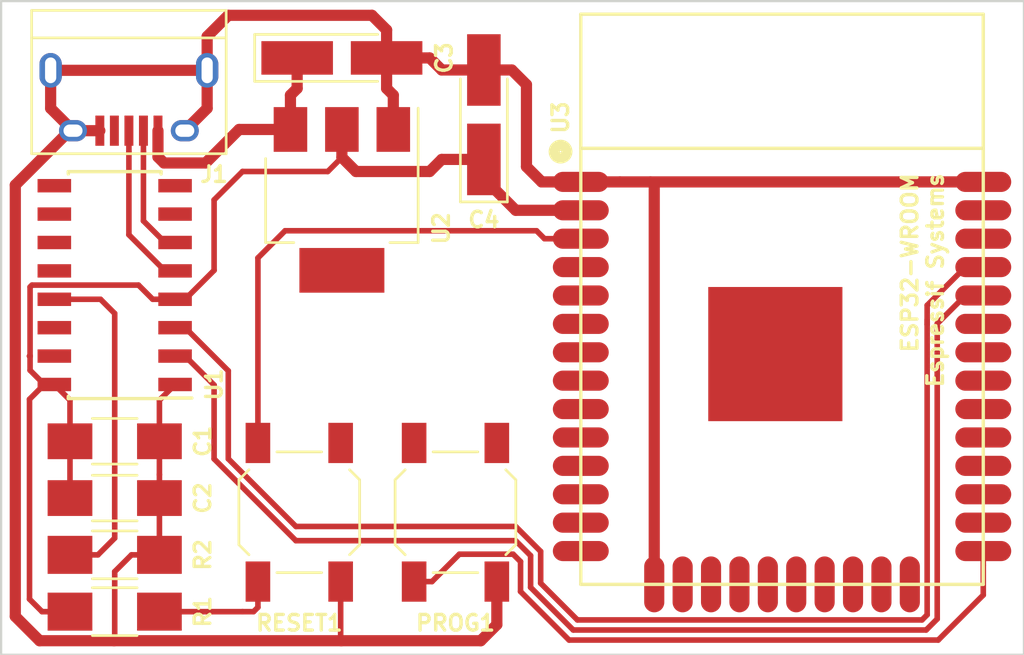
<source format=kicad_pcb>
(kicad_pcb (version 20171130) (host pcbnew "(5.1.9)-1")

  (general
    (thickness 1.6)
    (drawings 4)
    (tracks 149)
    (zones 0)
    (modules 12)
    (nets 51)
  )

  (page A4)
  (layers
    (0 F.Cu signal)
    (31 B.Cu signal)
    (32 B.Adhes user hide)
    (33 F.Adhes user hide)
    (34 B.Paste user)
    (35 F.Paste user)
    (36 B.SilkS user)
    (37 F.SilkS user)
    (38 B.Mask user hide)
    (39 F.Mask user hide)
    (40 Dwgs.User user)
    (41 Cmts.User user hide)
    (42 Eco1.User user hide)
    (43 Eco2.User user hide)
    (44 Edge.Cuts user)
    (45 Margin user hide)
    (46 B.CrtYd user hide)
    (47 F.CrtYd user)
    (48 B.Fab user hide)
    (49 F.Fab user hide)
  )

  (setup
    (last_trace_width 0.25)
    (user_trace_width 0.5)
    (user_trace_width 2)
    (trace_clearance 0.2)
    (zone_clearance 0.508)
    (zone_45_only no)
    (trace_min 0.2)
    (via_size 0.8)
    (via_drill 0.4)
    (via_min_size 0.4)
    (via_min_drill 0.3)
    (uvia_size 0.3)
    (uvia_drill 0.1)
    (uvias_allowed no)
    (uvia_min_size 0.2)
    (uvia_min_drill 0.1)
    (edge_width 0.05)
    (segment_width 0.2)
    (pcb_text_width 0.3)
    (pcb_text_size 1.5 1.5)
    (mod_edge_width 0.12)
    (mod_text_size 1 1)
    (mod_text_width 0.15)
    (pad_size 1.524 1.524)
    (pad_drill 0.762)
    (pad_to_mask_clearance 0.051)
    (solder_mask_min_width 0.25)
    (aux_axis_origin 0 0)
    (visible_elements 7FFFFFFF)
    (pcbplotparams
      (layerselection 0x010f0_ffffffff)
      (usegerberextensions false)
      (usegerberattributes false)
      (usegerberadvancedattributes false)
      (creategerberjobfile false)
      (excludeedgelayer true)
      (linewidth 0.100000)
      (plotframeref false)
      (viasonmask false)
      (mode 1)
      (useauxorigin false)
      (hpglpennumber 1)
      (hpglpenspeed 20)
      (hpglpendiameter 15.000000)
      (psnegative false)
      (psa4output false)
      (plotreference true)
      (plotvalue true)
      (plotinvisibletext false)
      (padsonsilk false)
      (subtractmaskfromsilk true)
      (outputformat 1)
      (mirror false)
      (drillshape 0)
      (scaleselection 1)
      (outputdirectory "pcb/"))
  )

  (net 0 "")
  (net 1 GND)
  (net 2 +3V3)
  (net 3 "Net-(U3-Pad32)")
  (net 4 "Net-(U3-Pad22)")
  (net 5 "Net-(U3-Pad21)")
  (net 6 "Net-(U3-Pad20)")
  (net 7 "Net-(U3-Pad19)")
  (net 8 "Net-(U3-Pad18)")
  (net 9 "Net-(U3-Pad17)")
  (net 10 "Net-(U1-Pad7)")
  (net 11 "Net-(U1-Pad8)")
  (net 12 "Net-(U1-Pad9)")
  (net 13 "Net-(U1-Pad10)")
  (net 14 "Net-(U1-Pad11)")
  (net 15 "Net-(U1-Pad12)")
  (net 16 "Net-(U1-Pad15)")
  (net 17 +5V)
  (net 18 "Net-(U3-Pad39)")
  (net 19 "Net-(U1-Pad2)")
  (net 20 "Net-(U1-Pad3)")
  (net 21 "Net-(U3-Pad4)")
  (net 22 "Net-(U3-Pad5)")
  (net 23 "Net-(U3-Pad6)")
  (net 24 "Net-(U3-Pad7)")
  (net 25 "Net-(U3-Pad8)")
  (net 26 "Net-(U3-Pad9)")
  (net 27 "Net-(U3-Pad10)")
  (net 28 "Net-(U3-Pad11)")
  (net 29 "Net-(U3-Pad12)")
  (net 30 "Net-(U3-Pad13)")
  (net 31 "Net-(U3-Pad14)")
  (net 32 "Net-(U3-Pad16)")
  (net 33 "Net-(U3-Pad24)")
  (net 34 "Net-(U3-Pad26)")
  (net 35 "Net-(U3-Pad27)")
  (net 36 "Net-(U3-Pad28)")
  (net 37 "Net-(U3-Pad29)")
  (net 38 "Net-(U3-Pad30)")
  (net 39 "Net-(U3-Pad31)")
  (net 40 "Net-(U3-Pad33)")
  (net 41 "Net-(U3-Pad36)")
  (net 42 "Net-(U3-Pad37)")
  (net 43 "Net-(U3-Pad23)")
  (net 44 "Net-(U1-Pad14)")
  (net 45 "Net-(J1-Pad2)")
  (net 46 "Net-(J1-Pad3)")
  (net 47 "Net-(J1-Pad4)")
  (net 48 "Net-(R2-Pad1)")
  (net 49 "Net-(PROG1-Pad2)")
  (net 50 "Net-(R1-Pad1)")

  (net_class Default "This is the default net class."
    (clearance 0.2)
    (trace_width 0.25)
    (via_dia 0.8)
    (via_drill 0.4)
    (uvia_dia 0.3)
    (uvia_drill 0.1)
    (add_net +3V3)
    (add_net +5V)
    (add_net GND)
    (add_net "Net-(J1-Pad2)")
    (add_net "Net-(J1-Pad3)")
    (add_net "Net-(J1-Pad4)")
    (add_net "Net-(PROG1-Pad2)")
    (add_net "Net-(R1-Pad1)")
    (add_net "Net-(R2-Pad1)")
    (add_net "Net-(U1-Pad10)")
    (add_net "Net-(U1-Pad11)")
    (add_net "Net-(U1-Pad12)")
    (add_net "Net-(U1-Pad14)")
    (add_net "Net-(U1-Pad15)")
    (add_net "Net-(U1-Pad2)")
    (add_net "Net-(U1-Pad3)")
    (add_net "Net-(U1-Pad7)")
    (add_net "Net-(U1-Pad8)")
    (add_net "Net-(U1-Pad9)")
    (add_net "Net-(U3-Pad10)")
    (add_net "Net-(U3-Pad11)")
    (add_net "Net-(U3-Pad12)")
    (add_net "Net-(U3-Pad13)")
    (add_net "Net-(U3-Pad14)")
    (add_net "Net-(U3-Pad16)")
    (add_net "Net-(U3-Pad17)")
    (add_net "Net-(U3-Pad18)")
    (add_net "Net-(U3-Pad19)")
    (add_net "Net-(U3-Pad20)")
    (add_net "Net-(U3-Pad21)")
    (add_net "Net-(U3-Pad22)")
    (add_net "Net-(U3-Pad23)")
    (add_net "Net-(U3-Pad24)")
    (add_net "Net-(U3-Pad26)")
    (add_net "Net-(U3-Pad27)")
    (add_net "Net-(U3-Pad28)")
    (add_net "Net-(U3-Pad29)")
    (add_net "Net-(U3-Pad30)")
    (add_net "Net-(U3-Pad31)")
    (add_net "Net-(U3-Pad32)")
    (add_net "Net-(U3-Pad33)")
    (add_net "Net-(U3-Pad36)")
    (add_net "Net-(U3-Pad37)")
    (add_net "Net-(U3-Pad39)")
    (add_net "Net-(U3-Pad4)")
    (add_net "Net-(U3-Pad5)")
    (add_net "Net-(U3-Pad6)")
    (add_net "Net-(U3-Pad7)")
    (add_net "Net-(U3-Pad8)")
    (add_net "Net-(U3-Pad9)")
  )

  (module TO_SOT_Packages_SMD:SOT-223 (layer F.Cu) (tedit 58CE4E7E) (tstamp 5E0934EB)
    (at 40.64 80.645 270)
    (descr "module CMS SOT223 4 pins")
    (tags "CMS SOT")
    (path /5D0C05F6)
    (attr smd)
    (fp_text reference U2 (at 1.27 -4.445 90) (layer F.SilkS)
      (effects (font (size 0.7 0.7) (thickness 0.15)))
    )
    (fp_text value LM1117-3.3 (at 0 4.5 90) (layer F.Fab)
      (effects (font (size 1 1) (thickness 0.15)))
    )
    (fp_line (start 1.85 -3.35) (end 1.85 3.35) (layer F.Fab) (width 0.1))
    (fp_line (start -1.85 3.35) (end 1.85 3.35) (layer F.Fab) (width 0.1))
    (fp_line (start -4.1 -3.41) (end 1.91 -3.41) (layer F.SilkS) (width 0.12))
    (fp_line (start -0.8 -3.35) (end 1.85 -3.35) (layer F.Fab) (width 0.1))
    (fp_line (start -1.85 3.41) (end 1.91 3.41) (layer F.SilkS) (width 0.12))
    (fp_line (start -1.85 -2.3) (end -1.85 3.35) (layer F.Fab) (width 0.1))
    (fp_line (start -4.4 -3.6) (end -4.4 3.6) (layer F.CrtYd) (width 0.05))
    (fp_line (start -4.4 3.6) (end 4.4 3.6) (layer F.CrtYd) (width 0.05))
    (fp_line (start 4.4 3.6) (end 4.4 -3.6) (layer F.CrtYd) (width 0.05))
    (fp_line (start 4.4 -3.6) (end -4.4 -3.6) (layer F.CrtYd) (width 0.05))
    (fp_line (start 1.91 -3.41) (end 1.91 -2.15) (layer F.SilkS) (width 0.12))
    (fp_line (start 1.91 3.41) (end 1.91 2.15) (layer F.SilkS) (width 0.12))
    (fp_line (start -1.85 -2.3) (end -0.8 -3.35) (layer F.Fab) (width 0.1))
    (fp_text user %R (at 0 0) (layer F.Fab)
      (effects (font (size 0.8 0.8) (thickness 0.12)))
    )
    (pad 4 smd rect (at 3.15 0 270) (size 2 3.8) (layers F.Cu F.Paste F.Mask))
    (pad 2 smd rect (at -3.15 0 270) (size 2 1.5) (layers F.Cu F.Paste F.Mask)
      (net 2 +3V3))
    (pad 3 smd rect (at -3.15 2.3 270) (size 2 1.5) (layers F.Cu F.Paste F.Mask)
      (net 17 +5V))
    (pad 1 smd rect (at -3.15 -2.3 270) (size 2 1.5) (layers F.Cu F.Paste F.Mask)
      (net 1 GND))
    (model ${KISYS3DMOD}/TO_SOT_Packages_SMD.3dshapes/SOT-223.wrl
      (at (xyz 0 0 0))
      (scale (xyz 1 1 1))
      (rotate (xyz 0 0 0))
    )
  )

  (module Housings_SOIC:SOIC-16_3.9x9.9mm_Pitch1.27mm (layer F.Cu) (tedit 58CC8F64) (tstamp 5E08F7A2)
    (at 30.48 84.455 180)
    (descr "16-Lead Plastic Small Outline (SL) - Narrow, 3.90 mm Body [SOIC] (see Microchip Packaging Specification 00000049BS.pdf)")
    (tags "SOIC 1.27")
    (path /5D083E54)
    (attr smd)
    (fp_text reference U1 (at -4.445 -4.445 90) (layer F.SilkS)
      (effects (font (size 0.7 0.7) (thickness 0.15)))
    )
    (fp_text value CH340G (at 0 6) (layer F.Fab)
      (effects (font (size 1 1) (thickness 0.15)))
    )
    (fp_line (start -2.075 -5.05) (end -3.45 -5.05) (layer F.SilkS) (width 0.15))
    (fp_line (start -2.075 5.075) (end 2.075 5.075) (layer F.SilkS) (width 0.15))
    (fp_line (start -2.075 -5.075) (end 2.075 -5.075) (layer F.SilkS) (width 0.15))
    (fp_line (start -2.075 5.075) (end -2.075 4.97) (layer F.SilkS) (width 0.15))
    (fp_line (start 2.075 5.075) (end 2.075 4.97) (layer F.SilkS) (width 0.15))
    (fp_line (start 2.075 -5.075) (end 2.075 -4.97) (layer F.SilkS) (width 0.15))
    (fp_line (start -2.075 -5.075) (end -2.075 -5.05) (layer F.SilkS) (width 0.15))
    (fp_line (start -3.7 5.25) (end 3.7 5.25) (layer F.CrtYd) (width 0.05))
    (fp_line (start -3.7 -5.25) (end 3.7 -5.25) (layer F.CrtYd) (width 0.05))
    (fp_line (start 3.7 -5.25) (end 3.7 5.25) (layer F.CrtYd) (width 0.05))
    (fp_line (start -3.7 -5.25) (end -3.7 5.25) (layer F.CrtYd) (width 0.05))
    (fp_line (start -1.95 -3.95) (end -0.95 -4.95) (layer F.Fab) (width 0.15))
    (fp_line (start -1.95 4.95) (end -1.95 -3.95) (layer F.Fab) (width 0.15))
    (fp_line (start 1.95 4.95) (end -1.95 4.95) (layer F.Fab) (width 0.15))
    (fp_line (start 1.95 -4.95) (end 1.95 4.95) (layer F.Fab) (width 0.15))
    (fp_line (start -0.95 -4.95) (end 1.95 -4.95) (layer F.Fab) (width 0.15))
    (fp_text user %R (at 0 0) (layer F.Fab)
      (effects (font (size 0.9 0.9) (thickness 0.135)))
    )
    (pad 1 smd rect (at -2.7 -4.445 180) (size 1.5 0.6) (layers F.Cu F.Paste F.Mask)
      (net 1 GND))
    (pad 2 smd rect (at -2.7 -3.175 180) (size 1.5 0.6) (layers F.Cu F.Paste F.Mask)
      (net 19 "Net-(U1-Pad2)"))
    (pad 3 smd rect (at -2.7 -1.905 180) (size 1.5 0.6) (layers F.Cu F.Paste F.Mask)
      (net 20 "Net-(U1-Pad3)"))
    (pad 4 smd rect (at -2.7 -0.635 180) (size 1.5 0.6) (layers F.Cu F.Paste F.Mask)
      (net 2 +3V3))
    (pad 5 smd rect (at -2.7 0.635 180) (size 1.5 0.6) (layers F.Cu F.Paste F.Mask)
      (net 46 "Net-(J1-Pad3)"))
    (pad 6 smd rect (at -2.7 1.905 180) (size 1.5 0.6) (layers F.Cu F.Paste F.Mask)
      (net 45 "Net-(J1-Pad2)"))
    (pad 7 smd rect (at -2.7 3.175 180) (size 1.5 0.6) (layers F.Cu F.Paste F.Mask)
      (net 10 "Net-(U1-Pad7)"))
    (pad 8 smd rect (at -2.7 4.445 180) (size 1.5 0.6) (layers F.Cu F.Paste F.Mask)
      (net 11 "Net-(U1-Pad8)"))
    (pad 9 smd rect (at 2.7 4.445 180) (size 1.5 0.6) (layers F.Cu F.Paste F.Mask)
      (net 12 "Net-(U1-Pad9)"))
    (pad 10 smd rect (at 2.7 3.175 180) (size 1.5 0.6) (layers F.Cu F.Paste F.Mask)
      (net 13 "Net-(U1-Pad10)"))
    (pad 11 smd rect (at 2.7 1.905 180) (size 1.5 0.6) (layers F.Cu F.Paste F.Mask)
      (net 14 "Net-(U1-Pad11)"))
    (pad 12 smd rect (at 2.7 0.635 180) (size 1.5 0.6) (layers F.Cu F.Paste F.Mask)
      (net 15 "Net-(U1-Pad12)"))
    (pad 13 smd rect (at 2.7 -0.635 180) (size 1.5 0.6) (layers F.Cu F.Paste F.Mask)
      (net 48 "Net-(R2-Pad1)"))
    (pad 14 smd rect (at 2.7 -1.905 180) (size 1.5 0.6) (layers F.Cu F.Paste F.Mask)
      (net 44 "Net-(U1-Pad14)"))
    (pad 15 smd rect (at 2.7 -3.175 180) (size 1.5 0.6) (layers F.Cu F.Paste F.Mask)
      (net 16 "Net-(U1-Pad15)"))
    (pad 16 smd rect (at 2.7 -4.445 180) (size 1.5 0.6) (layers F.Cu F.Paste F.Mask)
      (net 2 +3V3))
    (model ${KISYS3DMOD}/Housings_SOIC.3dshapes/SOIC-16_3.9x9.9mm_Pitch1.27mm.wrl
      (at (xyz 0 0 0))
      (scale (xyz 1 1 1))
      (rotate (xyz 0 0 0))
    )
  )

  (module Connectors:USB_Micro-B (layer F.Cu) (tedit 5543E447) (tstamp 5E08F63B)
    (at 31.115 76.2 180)
    (descr "Micro USB Type B Receptacle")
    (tags "USB USB_B USB_micro USB_OTG")
    (path /5D09548D)
    (attr smd)
    (fp_text reference J1 (at -3.81 -3.302) (layer F.SilkS)
      (effects (font (size 0.7 0.7) (thickness 0.15)))
    )
    (fp_text value USB_B_Micro (at 0 5.01) (layer F.Fab)
      (effects (font (size 1 1) (thickness 0.15)))
    )
    (fp_line (start -4.35 4.03) (end -4.35 -2.38) (layer F.SilkS) (width 0.12))
    (fp_line (start 4.35 2.8) (end -4.35 2.8) (layer F.SilkS) (width 0.12))
    (fp_line (start 4.35 -2.38) (end 4.35 4.03) (layer F.SilkS) (width 0.12))
    (fp_line (start -4.35 -2.38) (end 4.35 -2.38) (layer F.SilkS) (width 0.12))
    (fp_line (start -4.35 4.03) (end 4.35 4.03) (layer F.SilkS) (width 0.12))
    (fp_line (start -4.6 4.26) (end -4.6 -2.59) (layer F.CrtYd) (width 0.05))
    (fp_line (start 4.6 4.26) (end -4.6 4.26) (layer F.CrtYd) (width 0.05))
    (fp_line (start 4.6 -2.59) (end 4.6 4.26) (layer F.CrtYd) (width 0.05))
    (fp_line (start -4.6 -2.59) (end 4.6 -2.59) (layer F.CrtYd) (width 0.05))
    (pad 1 smd rect (at -1.3 -1.35 270) (size 1.35 0.4) (layers F.Cu F.Paste F.Mask)
      (net 17 +5V))
    (pad 2 smd rect (at -0.65 -1.35 270) (size 1.35 0.4) (layers F.Cu F.Paste F.Mask)
      (net 45 "Net-(J1-Pad2)"))
    (pad 3 smd rect (at 0 -1.35 270) (size 1.35 0.4) (layers F.Cu F.Paste F.Mask)
      (net 46 "Net-(J1-Pad3)"))
    (pad 4 smd rect (at 0.65 -1.35 270) (size 1.35 0.4) (layers F.Cu F.Paste F.Mask)
      (net 47 "Net-(J1-Pad4)"))
    (pad 5 smd rect (at 1.3 -1.35 270) (size 1.35 0.4) (layers F.Cu F.Paste F.Mask)
      (net 1 GND))
    (pad 6 thru_hole oval (at -2.5 -1.35 270) (size 0.95 1.25) (drill oval 0.55 0.85) (layers *.Cu *.Mask)
      (net 1 GND))
    (pad 6 thru_hole oval (at 2.5 -1.35 270) (size 0.95 1.25) (drill oval 0.55 0.85) (layers *.Cu *.Mask)
      (net 1 GND))
    (pad 6 thru_hole oval (at -3.5 1.35 270) (size 1.55 1) (drill oval 1.15 0.5) (layers *.Cu *.Mask)
      (net 1 GND))
    (pad 6 thru_hole oval (at 3.5 1.35 270) (size 1.55 1) (drill oval 1.15 0.5) (layers *.Cu *.Mask)
      (net 1 GND))
  )

  (module Capacitors_Tantalum_SMD:CP_Tantalum_Case-A_EIA-3216-18_Hand (layer F.Cu) (tedit 58CC8C08) (tstamp 5E08F618)
    (at 46.99 76.835 90)
    (descr "Tantalum capacitor, Case A, EIA 3216-18, 3.2x1.6x1.6mm, Hand soldering footprint")
    (tags "capacitor tantalum smd")
    (path /5D074FEA)
    (attr smd)
    (fp_text reference C4 (at -4.699 0) (layer F.SilkS)
      (effects (font (size 0.7 0.7) (thickness 0.15)))
    )
    (fp_text value CP (at 0 2.55 90) (layer F.Fab)
      (effects (font (size 1 1) (thickness 0.15)))
    )
    (fp_line (start -3.9 -1.05) (end -3.9 1.05) (layer F.SilkS) (width 0.12))
    (fp_line (start -3.9 1.05) (end 1.6 1.05) (layer F.SilkS) (width 0.12))
    (fp_line (start -3.9 -1.05) (end 1.6 -1.05) (layer F.SilkS) (width 0.12))
    (fp_line (start -1.12 -0.8) (end -1.12 0.8) (layer F.Fab) (width 0.1))
    (fp_line (start -1.28 -0.8) (end -1.28 0.8) (layer F.Fab) (width 0.1))
    (fp_line (start 1.6 -0.8) (end -1.6 -0.8) (layer F.Fab) (width 0.1))
    (fp_line (start 1.6 0.8) (end 1.6 -0.8) (layer F.Fab) (width 0.1))
    (fp_line (start -1.6 0.8) (end 1.6 0.8) (layer F.Fab) (width 0.1))
    (fp_line (start -1.6 -0.8) (end -1.6 0.8) (layer F.Fab) (width 0.1))
    (fp_line (start 4 -1.2) (end -4 -1.2) (layer F.CrtYd) (width 0.05))
    (fp_line (start 4 1.2) (end 4 -1.2) (layer F.CrtYd) (width 0.05))
    (fp_line (start -4 1.2) (end 4 1.2) (layer F.CrtYd) (width 0.05))
    (fp_line (start -4 -1.2) (end -4 1.2) (layer F.CrtYd) (width 0.05))
    (fp_text user %R (at 0 0 90) (layer F.Fab)
      (effects (font (size 0.7 0.7) (thickness 0.105)))
    )
    (pad 1 smd rect (at -2 0 90) (size 3.2 1.5) (layers F.Cu F.Paste F.Mask)
      (net 2 +3V3))
    (pad 2 smd rect (at 2 0 90) (size 3.2 1.5) (layers F.Cu F.Paste F.Mask)
      (net 1 GND))
    (model Capacitors_Tantalum_SMD.3dshapes/CP_Tantalum_Case-A_EIA-3216-18.wrl
      (at (xyz 0 0 0))
      (scale (xyz 1 1 1))
      (rotate (xyz 0 0 0))
    )
  )

  (module Capacitors_Tantalum_SMD:CP_Tantalum_Case-A_EIA-3216-18_Hand (layer F.Cu) (tedit 58CC8C08) (tstamp 5E08FAFB)
    (at 40.64 74.295)
    (descr "Tantalum capacitor, Case A, EIA 3216-18, 3.2x1.6x1.6mm, Hand soldering footprint")
    (tags "capacitor tantalum smd")
    (path /5D07460D)
    (attr smd)
    (fp_text reference C3 (at 4.572 0 270) (layer F.SilkS)
      (effects (font (size 0.7 0.7) (thickness 0.15)))
    )
    (fp_text value CP (at 0 2.55) (layer F.Fab)
      (effects (font (size 1 1) (thickness 0.15)))
    )
    (fp_line (start -3.9 -1.05) (end -3.9 1.05) (layer F.SilkS) (width 0.12))
    (fp_line (start -3.9 1.05) (end 1.6 1.05) (layer F.SilkS) (width 0.12))
    (fp_line (start -3.9 -1.05) (end 1.6 -1.05) (layer F.SilkS) (width 0.12))
    (fp_line (start -1.12 -0.8) (end -1.12 0.8) (layer F.Fab) (width 0.1))
    (fp_line (start -1.28 -0.8) (end -1.28 0.8) (layer F.Fab) (width 0.1))
    (fp_line (start 1.6 -0.8) (end -1.6 -0.8) (layer F.Fab) (width 0.1))
    (fp_line (start 1.6 0.8) (end 1.6 -0.8) (layer F.Fab) (width 0.1))
    (fp_line (start -1.6 0.8) (end 1.6 0.8) (layer F.Fab) (width 0.1))
    (fp_line (start -1.6 -0.8) (end -1.6 0.8) (layer F.Fab) (width 0.1))
    (fp_line (start 4 -1.2) (end -4 -1.2) (layer F.CrtYd) (width 0.05))
    (fp_line (start 4 1.2) (end 4 -1.2) (layer F.CrtYd) (width 0.05))
    (fp_line (start -4 1.2) (end 4 1.2) (layer F.CrtYd) (width 0.05))
    (fp_line (start -4 -1.2) (end -4 1.2) (layer F.CrtYd) (width 0.05))
    (fp_text user %R (at 0 0) (layer F.Fab)
      (effects (font (size 0.7 0.7) (thickness 0.105)))
    )
    (pad 1 smd rect (at -2 0) (size 3.2 1.5) (layers F.Cu F.Paste F.Mask)
      (net 17 +5V))
    (pad 2 smd rect (at 2 0) (size 3.2 1.5) (layers F.Cu F.Paste F.Mask)
      (net 1 GND))
    (model Capacitors_Tantalum_SMD.3dshapes/CP_Tantalum_Case-A_EIA-3216-18.wrl
      (at (xyz 0 0 0))
      (scale (xyz 1 1 1))
      (rotate (xyz 0 0 0))
    )
  )

  (module ExperimentierenV2:ESP32-WROOM (layer F.Cu) (tedit 57D08EA8) (tstamp 5E08ED2B)
    (at 60.325 85.09 180)
    (path /5CF7A3E2)
    (fp_text reference U3 (at 9.906 8.128 90) (layer F.SilkS)
      (effects (font (size 0.7 0.7) (thickness 0.15)))
    )
    (fp_text value ESP32-WROOM (at 5.715 14.224) (layer F.Fab)
      (effects (font (size 1 1) (thickness 0.15)))
    )
    (fp_line (start -9 12.75) (end 9 12.75) (layer F.SilkS) (width 0.15))
    (fp_line (start -9 -12.75) (end 9 -12.75) (layer F.SilkS) (width 0.15))
    (fp_line (start -9 12.75) (end -9 -12.75) (layer F.SilkS) (width 0.15))
    (fp_line (start 9 12.75) (end 9 -12.75) (layer F.SilkS) (width 0.15))
    (fp_line (start -9 6.75) (end 9 6.75) (layer F.SilkS) (width 0.15))
    (fp_circle (center 9.906 6.604) (end 10.033 6.858) (layer F.SilkS) (width 0.5))
    (fp_text user "Espressif Systems" (at -6.858 5.715 90) (layer F.SilkS)
      (effects (font (size 0.7 0.7) (thickness 0.15)) (justify right))
    )
    (fp_text user ESP32-WROOM (at -5.715 5.715 90) (layer F.SilkS)
      (effects (font (size 0.7 0.7) (thickness 0.15)) (justify right))
    )
    (pad 38 smd oval (at -9 5.25 180) (size 2.5 0.9) (layers F.Cu F.Paste F.Mask)
      (net 1 GND))
    (pad 37 smd oval (at -9 3.98 180) (size 2.5 0.9) (layers F.Cu F.Paste F.Mask)
      (net 42 "Net-(U3-Pad37)"))
    (pad 36 smd oval (at -9 2.71 180) (size 2.5 0.9) (layers F.Cu F.Paste F.Mask)
      (net 41 "Net-(U3-Pad36)"))
    (pad 35 smd oval (at -9 1.44 180) (size 2.5 0.9) (layers F.Cu F.Paste F.Mask)
      (net 20 "Net-(U1-Pad3)"))
    (pad 34 smd oval (at -9 0.17 180) (size 2.5 0.9) (layers F.Cu F.Paste F.Mask)
      (net 19 "Net-(U1-Pad2)"))
    (pad 33 smd oval (at -9 -1.1 180) (size 2.5 0.9) (layers F.Cu F.Paste F.Mask)
      (net 40 "Net-(U3-Pad33)"))
    (pad 32 smd oval (at -9 -2.37 180) (size 2.5 0.9) (layers F.Cu F.Paste F.Mask)
      (net 3 "Net-(U3-Pad32)"))
    (pad 31 smd oval (at -9 -3.64 180) (size 2.5 0.9) (layers F.Cu F.Paste F.Mask)
      (net 39 "Net-(U3-Pad31)"))
    (pad 30 smd oval (at -9 -4.91 180) (size 2.5 0.9) (layers F.Cu F.Paste F.Mask)
      (net 38 "Net-(U3-Pad30)"))
    (pad 29 smd oval (at -9 -6.18 180) (size 2.5 0.9) (layers F.Cu F.Paste F.Mask)
      (net 37 "Net-(U3-Pad29)"))
    (pad 28 smd oval (at -9 -7.45 180) (size 2.5 0.9) (layers F.Cu F.Paste F.Mask)
      (net 36 "Net-(U3-Pad28)"))
    (pad 27 smd oval (at -9 -8.72 180) (size 2.5 0.9) (layers F.Cu F.Paste F.Mask)
      (net 35 "Net-(U3-Pad27)"))
    (pad 26 smd oval (at -9 -9.99 180) (size 2.5 0.9) (layers F.Cu F.Paste F.Mask)
      (net 34 "Net-(U3-Pad26)"))
    (pad 25 smd oval (at -9 -11.26 180) (size 2.5 0.9) (layers F.Cu F.Paste F.Mask)
      (net 49 "Net-(PROG1-Pad2)"))
    (pad 24 smd oval (at -5.715 -12.75 180) (size 0.9 2.5) (layers F.Cu F.Paste F.Mask)
      (net 33 "Net-(U3-Pad24)"))
    (pad 23 smd oval (at -4.445 -12.75 180) (size 0.9 2.5) (layers F.Cu F.Paste F.Mask)
      (net 43 "Net-(U3-Pad23)"))
    (pad 22 smd oval (at -3.175 -12.75 180) (size 0.9 2.5) (layers F.Cu F.Paste F.Mask)
      (net 4 "Net-(U3-Pad22)"))
    (pad 21 smd oval (at -1.905 -12.75 180) (size 0.9 2.5) (layers F.Cu F.Paste F.Mask)
      (net 5 "Net-(U3-Pad21)"))
    (pad 20 smd oval (at -0.635 -12.75 180) (size 0.9 2.5) (layers F.Cu F.Paste F.Mask)
      (net 6 "Net-(U3-Pad20)"))
    (pad 19 smd oval (at 0.635 -12.75 180) (size 0.9 2.5) (layers F.Cu F.Paste F.Mask)
      (net 7 "Net-(U3-Pad19)"))
    (pad 18 smd oval (at 1.905 -12.75 180) (size 0.9 2.5) (layers F.Cu F.Paste F.Mask)
      (net 8 "Net-(U3-Pad18)"))
    (pad 17 smd oval (at 3.175 -12.75 180) (size 0.9 2.5) (layers F.Cu F.Paste F.Mask)
      (net 9 "Net-(U3-Pad17)"))
    (pad 16 smd oval (at 4.445 -12.75 180) (size 0.9 2.5) (layers F.Cu F.Paste F.Mask)
      (net 32 "Net-(U3-Pad16)"))
    (pad 15 smd oval (at 5.715 -12.75 180) (size 0.9 2.5) (layers F.Cu F.Paste F.Mask)
      (net 1 GND))
    (pad 14 smd oval (at 9 -11.26 180) (size 2.5 0.9) (layers F.Cu F.Paste F.Mask)
      (net 31 "Net-(U3-Pad14)"))
    (pad 13 smd oval (at 9 -9.99 180) (size 2.5 0.9) (layers F.Cu F.Paste F.Mask)
      (net 30 "Net-(U3-Pad13)"))
    (pad 12 smd oval (at 9 -8.72 180) (size 2.5 0.9) (layers F.Cu F.Paste F.Mask)
      (net 29 "Net-(U3-Pad12)"))
    (pad 11 smd oval (at 9 -7.45 180) (size 2.5 0.9) (layers F.Cu F.Paste F.Mask)
      (net 28 "Net-(U3-Pad11)"))
    (pad 10 smd oval (at 9 -6.18 180) (size 2.5 0.9) (layers F.Cu F.Paste F.Mask)
      (net 27 "Net-(U3-Pad10)"))
    (pad 9 smd oval (at 9 -4.91 180) (size 2.5 0.9) (layers F.Cu F.Paste F.Mask)
      (net 26 "Net-(U3-Pad9)"))
    (pad 8 smd oval (at 9 -3.64 180) (size 2.5 0.9) (layers F.Cu F.Paste F.Mask)
      (net 25 "Net-(U3-Pad8)"))
    (pad 7 smd oval (at 9 -2.37 180) (size 2.5 0.9) (layers F.Cu F.Paste F.Mask)
      (net 24 "Net-(U3-Pad7)"))
    (pad 6 smd oval (at 9 -1.1 180) (size 2.5 0.9) (layers F.Cu F.Paste F.Mask)
      (net 23 "Net-(U3-Pad6)"))
    (pad 5 smd oval (at 9 0.17 180) (size 2.5 0.9) (layers F.Cu F.Paste F.Mask)
      (net 22 "Net-(U3-Pad5)"))
    (pad 4 smd oval (at 9 1.44 180) (size 2.5 0.9) (layers F.Cu F.Paste F.Mask)
      (net 21 "Net-(U3-Pad4)"))
    (pad 3 smd oval (at 9 2.71 180) (size 2.5 0.9) (layers F.Cu F.Paste F.Mask)
      (net 50 "Net-(R1-Pad1)"))
    (pad 2 smd oval (at 9 3.98 180) (size 2.5 0.9) (layers F.Cu F.Paste F.Mask)
      (net 2 +3V3))
    (pad 1 smd oval (at 9 5.25 180) (size 2.5 0.9) (layers F.Cu F.Paste F.Mask)
      (net 1 GND))
    (pad 39 smd rect (at 0.3 -2.45 180) (size 6 6) (layers F.Cu F.Paste F.Mask)
      (net 18 "Net-(U3-Pad39)"))
  )

  (module Buttons_Switches_SMD:SW_SPST_SKQG (layer F.Cu) (tedit 58724BB1) (tstamp 5E08ECF2)
    (at 38.735 94.615 270)
    (descr "ALPS 5.2mm Square Low-profile TACT Switch (SMD), http://www.alps.com/prod/info/E/PDF/Tact/SurfaceMount/SKQG/SKQG.PDF")
    (tags "SPST Button Switch")
    (path /5CF79DB1)
    (attr smd)
    (fp_text reference RESET1 (at 4.953 0 180) (layer F.SilkS)
      (effects (font (size 0.7 0.7) (thickness 0.15)))
    )
    (fp_text value SW_Push (at 0 3.7 90) (layer F.Fab)
      (effects (font (size 1 1) (thickness 0.15)))
    )
    (fp_circle (center 0 0) (end 1 0) (layer F.Fab) (width 0.1))
    (fp_line (start 1.45 -2.7) (end 1.9 -2.25) (layer F.SilkS) (width 0.12))
    (fp_line (start 2.7 -1) (end 2.7 1) (layer F.SilkS) (width 0.12))
    (fp_line (start 1.9 2.25) (end 1.45 2.7) (layer F.SilkS) (width 0.12))
    (fp_line (start 1.45 2.7) (end -1.45 2.7) (layer F.SilkS) (width 0.12))
    (fp_line (start -1.45 2.7) (end -1.9 2.25) (layer F.SilkS) (width 0.12))
    (fp_line (start -2.7 1) (end -2.7 -1) (layer F.SilkS) (width 0.12))
    (fp_line (start -1.9 -2.25) (end -1.45 -2.7) (layer F.SilkS) (width 0.12))
    (fp_line (start -1.45 -2.7) (end 1.45 -2.7) (layer F.SilkS) (width 0.12))
    (fp_line (start 1.2 -1.8) (end 1.8 -1.2) (layer F.Fab) (width 0.1))
    (fp_line (start 1.8 -1.2) (end 1.8 1.2) (layer F.Fab) (width 0.1))
    (fp_line (start 1.8 1.2) (end 1.2 1.8) (layer F.Fab) (width 0.1))
    (fp_line (start 1.2 1.8) (end -1.2 1.8) (layer F.Fab) (width 0.1))
    (fp_line (start -1.2 1.8) (end -1.8 1.2) (layer F.Fab) (width 0.1))
    (fp_line (start -1.8 1.2) (end -1.8 -1.2) (layer F.Fab) (width 0.1))
    (fp_line (start -1.8 -1.2) (end -1.2 -1.8) (layer F.Fab) (width 0.1))
    (fp_line (start -1.2 -1.8) (end 1.2 -1.8) (layer F.Fab) (width 0.1))
    (fp_line (start -4.25 2.95) (end 4.25 2.95) (layer F.CrtYd) (width 0.05))
    (fp_line (start 4.25 2.95) (end 4.25 -2.95) (layer F.CrtYd) (width 0.05))
    (fp_line (start 4.25 -2.95) (end -4.25 -2.95) (layer F.CrtYd) (width 0.05))
    (fp_line (start -4.25 -2.95) (end -4.25 2.95) (layer F.CrtYd) (width 0.05))
    (fp_line (start -1.45 -2.6) (end 1.45 -2.6) (layer F.Fab) (width 0.1))
    (fp_line (start -2.6 -1.45) (end -1.45 -2.6) (layer F.Fab) (width 0.1))
    (fp_line (start -2.6 1.45) (end -2.6 -1.45) (layer F.Fab) (width 0.1))
    (fp_line (start -1.45 2.6) (end -2.6 1.45) (layer F.Fab) (width 0.1))
    (fp_line (start 1.4 2.6) (end -1.45 2.6) (layer F.Fab) (width 0.1))
    (fp_line (start 2.55 1.45) (end 1.4 2.6) (layer F.Fab) (width 0.1))
    (fp_line (start 2.55 -1.5) (end 2.55 1.45) (layer F.Fab) (width 0.1))
    (fp_line (start 1.45 -2.6) (end 2.55 -1.5) (layer F.Fab) (width 0.1))
    (fp_text user %R (at 0 -3.6 90) (layer F.Fab)
      (effects (font (size 1 1) (thickness 0.15)))
    )
    (pad 1 smd rect (at -3.1 -1.85 270) (size 1.8 1.1) (layers F.Cu F.Paste F.Mask)
      (net 1 GND))
    (pad 1 smd rect (at 3.1 -1.85 270) (size 1.8 1.1) (layers F.Cu F.Paste F.Mask)
      (net 1 GND))
    (pad 2 smd rect (at -3.1 1.85 270) (size 1.8 1.1) (layers F.Cu F.Paste F.Mask)
      (net 50 "Net-(R1-Pad1)"))
    (pad 2 smd rect (at 3.1 1.85 270) (size 1.8 1.1) (layers F.Cu F.Paste F.Mask)
      (net 50 "Net-(R1-Pad1)"))
    (model ${KISYS3DMOD}/Buttons_Switches_SMD.3dshapes/SW_SPST_SKQG.wrl
      (at (xyz 0 0 0))
      (scale (xyz 1 1 1))
      (rotate (xyz 0 0 0))
    )
  )

  (module Buttons_Switches_SMD:SW_SPST_SKQG (layer F.Cu) (tedit 58724BB1) (tstamp 5E08ECEF)
    (at 45.72 94.615 270)
    (descr "ALPS 5.2mm Square Low-profile TACT Switch (SMD), http://www.alps.com/prod/info/E/PDF/Tact/SurfaceMount/SKQG/SKQG.PDF")
    (tags "SPST Button Switch")
    (path /5D0ADA73)
    (attr smd)
    (fp_text reference PROG1 (at 4.953 0 180) (layer F.SilkS)
      (effects (font (size 0.7 0.7) (thickness 0.15)))
    )
    (fp_text value SW_Push (at 0 3.7 90) (layer F.Fab)
      (effects (font (size 1 1) (thickness 0.15)))
    )
    (fp_circle (center 0 0) (end 1 0) (layer F.Fab) (width 0.1))
    (fp_line (start 1.45 -2.7) (end 1.9 -2.25) (layer F.SilkS) (width 0.12))
    (fp_line (start 2.7 -1) (end 2.7 1) (layer F.SilkS) (width 0.12))
    (fp_line (start 1.9 2.25) (end 1.45 2.7) (layer F.SilkS) (width 0.12))
    (fp_line (start 1.45 2.7) (end -1.45 2.7) (layer F.SilkS) (width 0.12))
    (fp_line (start -1.45 2.7) (end -1.9 2.25) (layer F.SilkS) (width 0.12))
    (fp_line (start -2.7 1) (end -2.7 -1) (layer F.SilkS) (width 0.12))
    (fp_line (start -1.9 -2.25) (end -1.45 -2.7) (layer F.SilkS) (width 0.12))
    (fp_line (start -1.45 -2.7) (end 1.45 -2.7) (layer F.SilkS) (width 0.12))
    (fp_line (start 1.2 -1.8) (end 1.8 -1.2) (layer F.Fab) (width 0.1))
    (fp_line (start 1.8 -1.2) (end 1.8 1.2) (layer F.Fab) (width 0.1))
    (fp_line (start 1.8 1.2) (end 1.2 1.8) (layer F.Fab) (width 0.1))
    (fp_line (start 1.2 1.8) (end -1.2 1.8) (layer F.Fab) (width 0.1))
    (fp_line (start -1.2 1.8) (end -1.8 1.2) (layer F.Fab) (width 0.1))
    (fp_line (start -1.8 1.2) (end -1.8 -1.2) (layer F.Fab) (width 0.1))
    (fp_line (start -1.8 -1.2) (end -1.2 -1.8) (layer F.Fab) (width 0.1))
    (fp_line (start -1.2 -1.8) (end 1.2 -1.8) (layer F.Fab) (width 0.1))
    (fp_line (start -4.25 2.95) (end 4.25 2.95) (layer F.CrtYd) (width 0.05))
    (fp_line (start 4.25 2.95) (end 4.25 -2.95) (layer F.CrtYd) (width 0.05))
    (fp_line (start 4.25 -2.95) (end -4.25 -2.95) (layer F.CrtYd) (width 0.05))
    (fp_line (start -4.25 -2.95) (end -4.25 2.95) (layer F.CrtYd) (width 0.05))
    (fp_line (start -1.45 -2.6) (end 1.45 -2.6) (layer F.Fab) (width 0.1))
    (fp_line (start -2.6 -1.45) (end -1.45 -2.6) (layer F.Fab) (width 0.1))
    (fp_line (start -2.6 1.45) (end -2.6 -1.45) (layer F.Fab) (width 0.1))
    (fp_line (start -1.45 2.6) (end -2.6 1.45) (layer F.Fab) (width 0.1))
    (fp_line (start 1.4 2.6) (end -1.45 2.6) (layer F.Fab) (width 0.1))
    (fp_line (start 2.55 1.45) (end 1.4 2.6) (layer F.Fab) (width 0.1))
    (fp_line (start 2.55 -1.5) (end 2.55 1.45) (layer F.Fab) (width 0.1))
    (fp_line (start 1.45 -2.6) (end 2.55 -1.5) (layer F.Fab) (width 0.1))
    (fp_text user %R (at 0 -3.6 90) (layer F.Fab)
      (effects (font (size 1 1) (thickness 0.15)))
    )
    (pad 1 smd rect (at -3.1 -1.85 270) (size 1.8 1.1) (layers F.Cu F.Paste F.Mask)
      (net 1 GND))
    (pad 1 smd rect (at 3.1 -1.85 270) (size 1.8 1.1) (layers F.Cu F.Paste F.Mask)
      (net 1 GND))
    (pad 2 smd rect (at -3.1 1.85 270) (size 1.8 1.1) (layers F.Cu F.Paste F.Mask)
      (net 49 "Net-(PROG1-Pad2)"))
    (pad 2 smd rect (at 3.1 1.85 270) (size 1.8 1.1) (layers F.Cu F.Paste F.Mask)
      (net 49 "Net-(PROG1-Pad2)"))
    (model ${KISYS3DMOD}/Buttons_Switches_SMD.3dshapes/SW_SPST_SKQG.wrl
      (at (xyz 0 0 0))
      (scale (xyz 1 1 1))
      (rotate (xyz 0 0 0))
    )
  )

  (module Resistors_SMD:R_1206_HandSoldering (layer F.Cu) (tedit 58E0A804) (tstamp 5E08ECEC)
    (at 30.48 96.52)
    (descr "Resistor SMD 1206, hand soldering")
    (tags "resistor 1206")
    (path /5D013130)
    (attr smd)
    (fp_text reference R2 (at 3.937 0 90) (layer F.SilkS)
      (effects (font (size 0.7 0.7) (thickness 0.15)))
    )
    (fp_text value R (at 0 1.9) (layer F.Fab)
      (effects (font (size 1 1) (thickness 0.15)))
    )
    (fp_line (start 3.25 1.1) (end -3.25 1.1) (layer F.CrtYd) (width 0.05))
    (fp_line (start 3.25 1.1) (end 3.25 -1.11) (layer F.CrtYd) (width 0.05))
    (fp_line (start -3.25 -1.11) (end -3.25 1.1) (layer F.CrtYd) (width 0.05))
    (fp_line (start -3.25 -1.11) (end 3.25 -1.11) (layer F.CrtYd) (width 0.05))
    (fp_line (start -1 -1.07) (end 1 -1.07) (layer F.SilkS) (width 0.12))
    (fp_line (start 1 1.07) (end -1 1.07) (layer F.SilkS) (width 0.12))
    (fp_line (start -1.6 -0.8) (end 1.6 -0.8) (layer F.Fab) (width 0.1))
    (fp_line (start 1.6 -0.8) (end 1.6 0.8) (layer F.Fab) (width 0.1))
    (fp_line (start 1.6 0.8) (end -1.6 0.8) (layer F.Fab) (width 0.1))
    (fp_line (start -1.6 0.8) (end -1.6 -0.8) (layer F.Fab) (width 0.1))
    (fp_text user %R (at 0 0) (layer F.Fab)
      (effects (font (size 0.7 0.7) (thickness 0.105)))
    )
    (pad 1 smd rect (at -2 0) (size 2 1.7) (layers F.Cu F.Paste F.Mask)
      (net 48 "Net-(R2-Pad1)"))
    (pad 2 smd rect (at 2 0) (size 2 1.7) (layers F.Cu F.Paste F.Mask)
      (net 1 GND))
    (model ${KISYS3DMOD}/Resistors_SMD.3dshapes/R_1206.wrl
      (at (xyz 0 0 0))
      (scale (xyz 1 1 1))
      (rotate (xyz 0 0 0))
    )
  )

  (module Resistors_SMD:R_1206_HandSoldering (layer F.Cu) (tedit 58E0A804) (tstamp 5E08ECE3)
    (at 30.48 99.06 180)
    (descr "Resistor SMD 1206, hand soldering")
    (tags "resistor 1206")
    (path /5CF7A79B)
    (attr smd)
    (fp_text reference R1 (at -3.937 0 90) (layer F.SilkS)
      (effects (font (size 0.7 0.7) (thickness 0.15)))
    )
    (fp_text value R (at 0 1.9) (layer F.Fab)
      (effects (font (size 1 1) (thickness 0.15)))
    )
    (fp_line (start 3.25 1.1) (end -3.25 1.1) (layer F.CrtYd) (width 0.05))
    (fp_line (start 3.25 1.1) (end 3.25 -1.11) (layer F.CrtYd) (width 0.05))
    (fp_line (start -3.25 -1.11) (end -3.25 1.1) (layer F.CrtYd) (width 0.05))
    (fp_line (start -3.25 -1.11) (end 3.25 -1.11) (layer F.CrtYd) (width 0.05))
    (fp_line (start -1 -1.07) (end 1 -1.07) (layer F.SilkS) (width 0.12))
    (fp_line (start 1 1.07) (end -1 1.07) (layer F.SilkS) (width 0.12))
    (fp_line (start -1.6 -0.8) (end 1.6 -0.8) (layer F.Fab) (width 0.1))
    (fp_line (start 1.6 -0.8) (end 1.6 0.8) (layer F.Fab) (width 0.1))
    (fp_line (start 1.6 0.8) (end -1.6 0.8) (layer F.Fab) (width 0.1))
    (fp_line (start -1.6 0.8) (end -1.6 -0.8) (layer F.Fab) (width 0.1))
    (fp_text user %R (at 0 0) (layer F.Fab)
      (effects (font (size 0.7 0.7) (thickness 0.105)))
    )
    (pad 1 smd rect (at -2 0 180) (size 2 1.7) (layers F.Cu F.Paste F.Mask)
      (net 50 "Net-(R1-Pad1)"))
    (pad 2 smd rect (at 2 0 180) (size 2 1.7) (layers F.Cu F.Paste F.Mask)
      (net 2 +3V3))
    (model ${KISYS3DMOD}/Resistors_SMD.3dshapes/R_1206.wrl
      (at (xyz 0 0 0))
      (scale (xyz 1 1 1))
      (rotate (xyz 0 0 0))
    )
  )

  (module Capacitors_SMD:C_1206_HandSoldering (layer F.Cu) (tedit 58AA84D1) (tstamp 5E08ECCE)
    (at 30.48 93.98)
    (descr "Capacitor SMD 1206, hand soldering")
    (tags "capacitor 1206")
    (path /5CFD96E1)
    (attr smd)
    (fp_text reference C2 (at 3.937 0 90) (layer F.SilkS)
      (effects (font (size 0.7 0.7) (thickness 0.15)))
    )
    (fp_text value C (at 0 2) (layer F.Fab)
      (effects (font (size 1 1) (thickness 0.15)))
    )
    (fp_line (start 3.25 1.05) (end -3.25 1.05) (layer F.CrtYd) (width 0.05))
    (fp_line (start 3.25 1.05) (end 3.25 -1.05) (layer F.CrtYd) (width 0.05))
    (fp_line (start -3.25 -1.05) (end -3.25 1.05) (layer F.CrtYd) (width 0.05))
    (fp_line (start -3.25 -1.05) (end 3.25 -1.05) (layer F.CrtYd) (width 0.05))
    (fp_line (start -1 1.02) (end 1 1.02) (layer F.SilkS) (width 0.12))
    (fp_line (start 1 -1.02) (end -1 -1.02) (layer F.SilkS) (width 0.12))
    (fp_line (start -1.6 -0.8) (end 1.6 -0.8) (layer F.Fab) (width 0.1))
    (fp_line (start 1.6 -0.8) (end 1.6 0.8) (layer F.Fab) (width 0.1))
    (fp_line (start 1.6 0.8) (end -1.6 0.8) (layer F.Fab) (width 0.1))
    (fp_line (start -1.6 0.8) (end -1.6 -0.8) (layer F.Fab) (width 0.1))
    (fp_text user %R (at 0 -1.75) (layer F.Fab)
      (effects (font (size 1 1) (thickness 0.15)))
    )
    (pad 1 smd rect (at -2 0) (size 2 1.6) (layers F.Cu F.Paste F.Mask)
      (net 2 +3V3))
    (pad 2 smd rect (at 2 0) (size 2 1.6) (layers F.Cu F.Paste F.Mask)
      (net 1 GND))
    (model Capacitors_SMD.3dshapes/C_1206.wrl
      (at (xyz 0 0 0))
      (scale (xyz 1 1 1))
      (rotate (xyz 0 0 0))
    )
  )

  (module Capacitors_SMD:C_1206_HandSoldering (layer F.Cu) (tedit 58AA84D1) (tstamp 5E08ECCB)
    (at 30.48 91.44)
    (descr "Capacitor SMD 1206, hand soldering")
    (tags "capacitor 1206")
    (path /5CFDA650)
    (attr smd)
    (fp_text reference C1 (at 3.937 0 90) (layer F.SilkS)
      (effects (font (size 0.7 0.7) (thickness 0.15)))
    )
    (fp_text value C (at 0 2) (layer F.Fab)
      (effects (font (size 1 1) (thickness 0.15)))
    )
    (fp_line (start 3.25 1.05) (end -3.25 1.05) (layer F.CrtYd) (width 0.05))
    (fp_line (start 3.25 1.05) (end 3.25 -1.05) (layer F.CrtYd) (width 0.05))
    (fp_line (start -3.25 -1.05) (end -3.25 1.05) (layer F.CrtYd) (width 0.05))
    (fp_line (start -3.25 -1.05) (end 3.25 -1.05) (layer F.CrtYd) (width 0.05))
    (fp_line (start -1 1.02) (end 1 1.02) (layer F.SilkS) (width 0.12))
    (fp_line (start 1 -1.02) (end -1 -1.02) (layer F.SilkS) (width 0.12))
    (fp_line (start -1.6 -0.8) (end 1.6 -0.8) (layer F.Fab) (width 0.1))
    (fp_line (start 1.6 -0.8) (end 1.6 0.8) (layer F.Fab) (width 0.1))
    (fp_line (start 1.6 0.8) (end -1.6 0.8) (layer F.Fab) (width 0.1))
    (fp_line (start -1.6 0.8) (end -1.6 -0.8) (layer F.Fab) (width 0.1))
    (fp_text user %R (at 0 -1.75) (layer F.Fab)
      (effects (font (size 1 1) (thickness 0.15)))
    )
    (pad 1 smd rect (at -2 0) (size 2 1.6) (layers F.Cu F.Paste F.Mask)
      (net 2 +3V3))
    (pad 2 smd rect (at 2 0) (size 2 1.6) (layers F.Cu F.Paste F.Mask)
      (net 1 GND))
    (model Capacitors_SMD.3dshapes/C_1206.wrl
      (at (xyz 0 0 0))
      (scale (xyz 1 1 1))
      (rotate (xyz 0 0 0))
    )
  )

  (gr_line (start 25.4 100.965) (end 71.12 100.965) (layer Edge.Cuts) (width 0.05) (tstamp 60700FF9))
  (gr_line (start 71.12 71.755) (end 71.12 100.965) (layer Edge.Cuts) (width 0.05))
  (gr_line (start 25.4 71.755) (end 71.12 71.755) (layer Edge.Cuts) (width 0.1))
  (gr_line (start 25.4 100.965) (end 25.4 71.755) (layer Edge.Cuts) (width 0.1))

  (segment (start 27.615 76.55) (end 28.615 77.55) (width 0.5) (layer F.Cu) (net 1))
  (segment (start 27.615 74.85) (end 27.615 76.55) (width 0.5) (layer F.Cu) (net 1))
  (segment (start 27.615 74.85) (end 34.615 74.85) (width 0.5) (layer F.Cu) (net 1))
  (segment (start 28.615 77.55) (end 29.815 77.55) (width 0.5) (layer F.Cu) (net 1))
  (segment (start 42.64 73.045) (end 41.985 72.39) (width 0.5) (layer F.Cu) (net 1))
  (segment (start 41.985 72.39) (end 35.56 72.39) (width 0.5) (layer F.Cu) (net 1))
  (segment (start 34.615 73.335) (end 34.615 74.85) (width 0.5) (layer F.Cu) (net 1))
  (segment (start 35.56 72.39) (end 34.615 73.335) (width 0.5) (layer F.Cu) (net 1))
  (segment (start 42.94 77.495) (end 42.94 75.96) (width 0.5) (layer F.Cu) (net 1))
  (segment (start 42.64 75.66) (end 42.64 74.295) (width 0.5) (layer F.Cu) (net 1))
  (segment (start 42.94 75.96) (end 42.64 75.66) (width 0.5) (layer F.Cu) (net 1))
  (segment (start 42.64 74.295) (end 42.64 73.045) (width 0.5) (layer F.Cu) (net 1))
  (segment (start 45.105 74.835) (end 44.565 74.295) (width 0.5) (layer F.Cu) (net 1))
  (segment (start 44.565 74.295) (end 42.64 74.295) (width 0.5) (layer F.Cu) (net 1))
  (segment (start 32.48 92.93) (end 32.48 91.44) (width 0.25) (layer F.Cu) (net 1))
  (segment (start 32.48 93.98) (end 32.48 92.93) (width 0.25) (layer F.Cu) (net 1))
  (segment (start 32.48 93.98) (end 32.48 96.52) (width 0.25) (layer F.Cu) (net 1))
  (segment (start 32.48 89.6) (end 33.18 88.9) (width 0.25) (layer F.Cu) (net 1))
  (segment (start 32.48 91.44) (end 32.48 89.6) (width 0.25) (layer F.Cu) (net 1))
  (segment (start 31.23 96.52) (end 30.48 97.27) (width 0.25) (layer F.Cu) (net 1))
  (segment (start 32.48 96.52) (end 31.23 96.52) (width 0.25) (layer F.Cu) (net 1))
  (segment (start 51.325 79.84) (end 53.075 79.84) (width 0.5) (layer F.Cu) (net 1))
  (segment (start 45.105 74.835) (end 46.99 74.835) (width 0.5) (layer F.Cu) (net 1))
  (segment (start 47.57 99.64) (end 47.57 97.715) (width 0.5) (layer F.Cu) (net 1))
  (segment (start 46.849999 100.360001) (end 47.57 99.64) (width 0.5) (layer F.Cu) (net 1))
  (segment (start 30.48 100.33) (end 30.449999 100.360001) (width 0.25) (layer F.Cu) (net 1))
  (segment (start 30.48 97.27) (end 30.48 100.33) (width 0.25) (layer F.Cu) (net 1))
  (segment (start 40.585 100.335002) (end 40.609999 100.360001) (width 0.25) (layer F.Cu) (net 1))
  (segment (start 40.585 97.715) (end 40.585 100.335002) (width 0.25) (layer F.Cu) (net 1))
  (segment (start 30.449999 100.360001) (end 40.609999 100.360001) (width 0.5) (layer F.Cu) (net 1))
  (segment (start 40.609999 100.360001) (end 46.849999 100.360001) (width 0.5) (layer F.Cu) (net 1))
  (segment (start 54.61 97.84) (end 54.61 80.01) (width 0.5) (layer F.Cu) (net 1))
  (segment (start 53.075 79.84) (end 54.44 79.84) (width 0.5) (layer F.Cu) (net 1))
  (segment (start 54.44 79.84) (end 69.325 79.84) (width 0.5) (layer F.Cu) (net 1))
  (segment (start 48.895 79.16) (end 49.575 79.84) (width 0.5) (layer F.Cu) (net 1))
  (segment (start 49.575 79.84) (end 51.325 79.84) (width 0.5) (layer F.Cu) (net 1))
  (segment (start 48.895 75.49) (end 48.895 79.16) (width 0.5) (layer F.Cu) (net 1))
  (segment (start 48.24 74.835) (end 48.895 75.49) (width 0.5) (layer F.Cu) (net 1))
  (segment (start 46.99 74.835) (end 48.24 74.835) (width 0.5) (layer F.Cu) (net 1))
  (segment (start 34.615 76.55) (end 33.615 77.55) (width 0.5) (layer F.Cu) (net 1))
  (segment (start 34.615 74.85) (end 34.615 76.55) (width 0.5) (layer F.Cu) (net 1))
  (segment (start 28.465 77.55) (end 26.035 79.98) (width 0.5) (layer F.Cu) (net 1))
  (segment (start 28.615 77.55) (end 28.465 77.55) (width 0.5) (layer F.Cu) (net 1))
  (segment (start 26.035 79.98) (end 26.035 99.275002) (width 0.5) (layer F.Cu) (net 1))
  (segment (start 26.035 99.275002) (end 27.119999 100.360001) (width 0.5) (layer F.Cu) (net 1))
  (segment (start 27.119999 100.360001) (end 30.449999 100.360001) (width 0.5) (layer F.Cu) (net 1))
  (segment (start 41.27 79.375) (end 40.64 78.745) (width 0.5) (layer F.Cu) (net 2))
  (segment (start 44.565 79.375) (end 41.27 79.375) (width 0.5) (layer F.Cu) (net 2))
  (segment (start 45.105 78.835) (end 44.565 79.375) (width 0.5) (layer F.Cu) (net 2))
  (segment (start 40.64 78.745) (end 40.64 77.495) (width 0.5) (layer F.Cu) (net 2))
  (segment (start 28.415 91.375) (end 28.48 91.44) (width 0.25) (layer F.Cu) (net 2))
  (segment (start 28.48 91.44) (end 28.48 93.98) (width 0.25) (layer F.Cu) (net 2))
  (segment (start 26.695 88.265) (end 27.33 88.9) (width 0.25) (layer F.Cu) (net 2))
  (segment (start 26.695 87.656411) (end 26.695 88.265) (width 0.25) (layer F.Cu) (net 2))
  (segment (start 26.669295 87.630705) (end 26.695 87.656411) (width 0.25) (layer F.Cu) (net 2))
  (segment (start 33.18 85.09) (end 32.18 85.09) (width 0.25) (layer F.Cu) (net 2))
  (segment (start 32.18 85.09) (end 31.545 84.455) (width 0.25) (layer F.Cu) (net 2))
  (segment (start 31.545 84.455) (end 26.779998 84.455) (width 0.25) (layer F.Cu) (net 2))
  (segment (start 26.779998 84.455) (end 26.695 84.539998) (width 0.25) (layer F.Cu) (net 2))
  (segment (start 26.695 84.539998) (end 26.695 87.605) (width 0.25) (layer F.Cu) (net 2))
  (segment (start 26.695 87.605) (end 26.669295 87.630705) (width 0.25) (layer F.Cu) (net 2))
  (segment (start 28.48 89.6) (end 27.78 88.9) (width 0.25) (layer F.Cu) (net 2))
  (segment (start 28.48 91.44) (end 28.48 89.6) (width 0.25) (layer F.Cu) (net 2))
  (segment (start 27.23 99.06) (end 28.48 99.06) (width 0.25) (layer F.Cu) (net 2))
  (segment (start 26.67 98.5) (end 27.23 99.06) (width 0.25) (layer F.Cu) (net 2))
  (segment (start 26.67 89.56) (end 26.67 98.5) (width 0.25) (layer F.Cu) (net 2))
  (segment (start 27.33 88.9) (end 26.67 89.56) (width 0.25) (layer F.Cu) (net 2))
  (segment (start 27.78 88.9) (end 27.33 88.9) (width 0.25) (layer F.Cu) (net 2))
  (segment (start 45.105 78.835) (end 46.99 78.835) (width 0.5) (layer F.Cu) (net 2))
  (segment (start 48.415 81.11) (end 46.99 79.685) (width 0.5) (layer F.Cu) (net 2))
  (segment (start 51.325 81.11) (end 48.415 81.11) (width 0.5) (layer F.Cu) (net 2))
  (segment (start 46.99 79.685) (end 46.99 78.835) (width 0.5) (layer F.Cu) (net 2))
  (segment (start 33.18 85.09) (end 33.63 85.09) (width 0.25) (layer F.Cu) (net 2))
  (segment (start 33.63 85.09) (end 34.925 83.795) (width 0.25) (layer F.Cu) (net 2))
  (segment (start 40.01 79.375) (end 40.64 78.745) (width 0.25) (layer F.Cu) (net 2))
  (segment (start 34.925 80.645) (end 36.195 79.375) (width 0.25) (layer F.Cu) (net 2))
  (segment (start 36.195 79.375) (end 40.01 79.375) (width 0.25) (layer F.Cu) (net 2))
  (segment (start 34.925 83.795) (end 34.925 80.645) (width 0.25) (layer F.Cu) (net 2))
  (segment (start 28.48 99.06) (end 28.48 99.06) (width 0.25) (layer F.Cu) (net 2) (tstamp 5E580840))
  (segment (start 38.34 77.495) (end 38.34 75.96) (width 0.5) (layer F.Cu) (net 17))
  (segment (start 38.64 75.66) (end 38.64 74.295) (width 0.5) (layer F.Cu) (net 17))
  (segment (start 38.34 75.96) (end 38.64 75.66) (width 0.5) (layer F.Cu) (net 17))
  (segment (start 36.043 77.495) (end 38.34 77.495) (width 0.5) (layer F.Cu) (net 17))
  (segment (start 34.544 78.994) (end 36.043 77.495) (width 0.5) (layer F.Cu) (net 17))
  (segment (start 32.684 78.994) (end 34.544 78.994) (width 0.5) (layer F.Cu) (net 17))
  (segment (start 32.415 77.55) (end 32.415 78.725) (width 0.5) (layer F.Cu) (net 17))
  (segment (start 32.415 78.725) (end 32.684 78.994) (width 0.5) (layer F.Cu) (net 17))
  (segment (start 34.925 92.226413) (end 38.583587 95.885) (width 0.25) (layer F.Cu) (net 19))
  (segment (start 34.925 88.925) (end 34.925 92.226413) (width 0.25) (layer F.Cu) (net 19))
  (segment (start 33.18 87.63) (end 33.63 87.63) (width 0.25) (layer F.Cu) (net 19))
  (segment (start 67.26502 99.38641) (end 67.26502 86.17998) (width 0.25) (layer F.Cu) (net 19))
  (segment (start 66.771441 99.879989) (end 67.26502 99.38641) (width 0.25) (layer F.Cu) (net 19))
  (segment (start 68.525 84.92) (end 69.325 84.92) (width 0.25) (layer F.Cu) (net 19))
  (segment (start 67.26502 86.17998) (end 68.525 84.92) (width 0.25) (layer F.Cu) (net 19))
  (segment (start 38.583587 95.885) (end 48.411413 95.885) (width 0.25) (layer F.Cu) (net 19))
  (segment (start 50.986399 99.879989) (end 66.771441 99.879989) (width 0.25) (layer F.Cu) (net 19))
  (segment (start 48.411413 95.885) (end 49.079989 96.553576) (width 0.25) (layer F.Cu) (net 19))
  (segment (start 49.079988 97.973578) (end 50.986399 99.879989) (width 0.25) (layer F.Cu) (net 19))
  (segment (start 49.079989 96.553576) (end 49.079988 97.973578) (width 0.25) (layer F.Cu) (net 19))
  (segment (start 33.63 87.63) (end 34.925 88.925) (width 0.25) (layer F.Cu) (net 19))
  (segment (start 33.18 86.36) (end 32.73 86.36) (width 0.25) (layer F.Cu) (net 20))
  (segment (start 68.525 83.65) (end 69.325 83.65) (width 0.25) (layer F.Cu) (net 20))
  (segment (start 66.81501 85.35999) (end 68.525 83.65) (width 0.25) (layer F.Cu) (net 20))
  (segment (start 66.81501 86.21999) (end 66.81501 85.35999) (width 0.25) (layer F.Cu) (net 20))
  (segment (start 66.81501 85.99499) (end 66.81501 86.21999) (width 0.25) (layer F.Cu) (net 20))
  (segment (start 35.56 88.29) (end 33.63 86.36) (width 0.25) (layer F.Cu) (net 20))
  (segment (start 66.815009 99.200011) (end 66.585042 99.429978) (width 0.25) (layer F.Cu) (net 20))
  (segment (start 51.172798 99.429978) (end 49.53 97.78718) (width 0.25) (layer F.Cu) (net 20))
  (segment (start 49.53 97.78718) (end 49.53 96.367177) (width 0.25) (layer F.Cu) (net 20))
  (segment (start 49.53 96.367177) (end 48.412823 95.25) (width 0.25) (layer F.Cu) (net 20))
  (segment (start 33.63 86.36) (end 33.18 86.36) (width 0.25) (layer F.Cu) (net 20))
  (segment (start 38.584998 95.25) (end 35.56 92.225002) (width 0.25) (layer F.Cu) (net 20))
  (segment (start 48.412823 95.25) (end 38.584998 95.25) (width 0.25) (layer F.Cu) (net 20))
  (segment (start 66.81501 86.21999) (end 66.815009 99.200011) (width 0.25) (layer F.Cu) (net 20))
  (segment (start 66.585042 99.429978) (end 51.172798 99.429978) (width 0.25) (layer F.Cu) (net 20))
  (segment (start 35.56 92.225002) (end 35.56 88.29) (width 0.25) (layer F.Cu) (net 20))
  (segment (start 31.765 78.475) (end 31.765 77.55) (width 0.25) (layer F.Cu) (net 45))
  (segment (start 31.765 81.585) (end 31.765 78.475) (width 0.25) (layer F.Cu) (net 45))
  (segment (start 32.73 82.55) (end 31.765 81.585) (width 0.25) (layer F.Cu) (net 45))
  (segment (start 33.18 82.55) (end 32.73 82.55) (width 0.25) (layer F.Cu) (net 45))
  (segment (start 31.115 78.475) (end 31.115 77.55) (width 0.25) (layer F.Cu) (net 46))
  (segment (start 31.115 82.205) (end 31.115 78.475) (width 0.25) (layer F.Cu) (net 46))
  (segment (start 32.73 83.82) (end 31.115 82.205) (width 0.25) (layer F.Cu) (net 46))
  (segment (start 33.18 83.82) (end 32.73 83.82) (width 0.25) (layer F.Cu) (net 46))
  (segment (start 27.414998 85.09) (end 27.78 85.09) (width 0.25) (layer F.Cu) (net 48))
  (segment (start 29.73 96.52) (end 30.48 95.77) (width 0.25) (layer F.Cu) (net 48))
  (segment (start 28.48 96.52) (end 29.73 96.52) (width 0.25) (layer F.Cu) (net 48))
  (segment (start 30.48 95.77) (end 30.48 85.725) (width 0.25) (layer F.Cu) (net 48))
  (segment (start 29.845 85.09) (end 27.78 85.09) (width 0.25) (layer F.Cu) (net 48))
  (segment (start 30.48 85.725) (end 29.845 85.09) (width 0.25) (layer F.Cu) (net 48))
  (segment (start 69.325 96.985) (end 69.325 96.35) (width 0.25) (layer F.Cu) (net 49))
  (segment (start 50.8 100.33) (end 67.31 100.33) (width 0.25) (layer F.Cu) (net 49))
  (segment (start 43.87 97.715) (end 44.67 97.715) (width 0.25) (layer F.Cu) (net 49))
  (segment (start 69.325 98.315) (end 69.325 96.985) (width 0.25) (layer F.Cu) (net 49))
  (segment (start 45.895001 96.489999) (end 48.297559 96.489999) (width 0.25) (layer F.Cu) (net 49))
  (segment (start 44.67 97.715) (end 45.895001 96.489999) (width 0.25) (layer F.Cu) (net 49))
  (segment (start 48.297559 96.489999) (end 48.629978 96.822419) (width 0.25) (layer F.Cu) (net 49))
  (segment (start 67.31 100.33) (end 69.325 98.315) (width 0.25) (layer F.Cu) (net 49))
  (segment (start 48.629978 96.822419) (end 48.629978 98.159978) (width 0.25) (layer F.Cu) (net 49))
  (segment (start 48.629978 98.159978) (end 50.8 100.33) (width 0.25) (layer F.Cu) (net 49))
  (segment (start 36.69 99.06) (end 36.195 99.06) (width 0.25) (layer F.Cu) (net 50))
  (segment (start 36.885 98.865) (end 36.69 99.06) (width 0.25) (layer F.Cu) (net 50))
  (segment (start 36.885 97.715) (end 36.885 98.865) (width 0.25) (layer F.Cu) (net 50))
  (segment (start 36.195 99.06) (end 32.48 99.06) (width 0.25) (layer F.Cu) (net 50))
  (segment (start 49.7 82.38) (end 51.325 82.38) (width 0.25) (layer F.Cu) (net 50))
  (segment (start 49.345 82.025) (end 49.7 82.38) (width 0.25) (layer F.Cu) (net 50))
  (segment (start 38.1 82.025) (end 49.345 82.025) (width 0.25) (layer F.Cu) (net 50))
  (segment (start 36.885 91.515) (end 36.885 83.24) (width 0.25) (layer F.Cu) (net 50))
  (segment (start 36.885 83.24) (end 38.1 82.025) (width 0.25) (layer F.Cu) (net 50))

)

</source>
